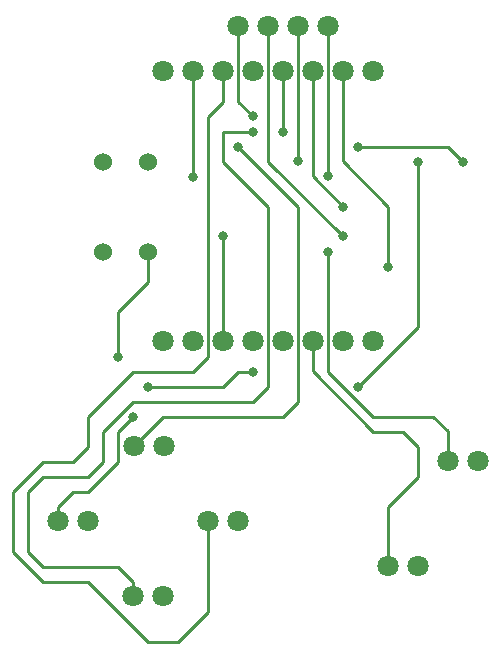
<source format=gbr>
%TF.GenerationSoftware,KiCad,Pcbnew,7.0.9+dfsg-1*%
%TF.CreationDate,2023-12-18T20:04:21+07:00*%
%TF.ProjectId,wifi,77696669-2e6b-4696-9361-645f70636258,rev?*%
%TF.SameCoordinates,Original*%
%TF.FileFunction,Copper,L1,Top*%
%TF.FilePolarity,Positive*%
%FSLAX46Y46*%
G04 Gerber Fmt 4.6, Leading zero omitted, Abs format (unit mm)*
G04 Created by KiCad (PCBNEW 7.0.9+dfsg-1) date 2023-12-18 20:04:21*
%MOMM*%
%LPD*%
G01*
G04 APERTURE LIST*
%TA.AperFunction,ComponentPad*%
%ADD10C,1.800000*%
%TD*%
%TA.AperFunction,ComponentPad*%
%ADD11C,1.524000*%
%TD*%
%TA.AperFunction,ViaPad*%
%ADD12C,0.800000*%
%TD*%
%TA.AperFunction,Conductor*%
%ADD13C,0.250000*%
%TD*%
G04 APERTURE END LIST*
D10*
%TO.P,UP,1*%
%TO.N,N/C*%
X133380000Y-116810000D03*
%TO.P,UP,2*%
X135920000Y-116810000D03*
%TD*%
%TO.P,B,1*%
%TO.N,N/C*%
X154910000Y-126970000D03*
%TO.P,B,2*%
X157450000Y-126970000D03*
%TD*%
%TO.P,SSD1306,1*%
%TO.N,N/C*%
X142240000Y-81250000D03*
%TO.P,SSD1306,2*%
X144780000Y-81250000D03*
%TO.P,SSD1306,3*%
X147320000Y-81250000D03*
%TO.P,SSD1306,4*%
X149860000Y-81250000D03*
%TD*%
%TO.P,RIGHT,1*%
%TO.N,N/C*%
X139700000Y-123160000D03*
%TO.P,RIGHT,2*%
X142240000Y-123160000D03*
%TD*%
%TO.P,DOWN,1*%
%TO.N,N/C*%
X133350000Y-129510000D03*
%TO.P,DOWN,2*%
X135890000Y-129510000D03*
%TD*%
%TO.P,A,1*%
%TO.N,N/C*%
X159990000Y-118080000D03*
%TO.P,A,2*%
X162530000Y-118080000D03*
%TD*%
%TO.P,LEFT,1*%
%TO.N,N/C*%
X127000000Y-123160000D03*
%TO.P,LEFT,2*%
X129540000Y-123160000D03*
%TD*%
D11*
%TO.P,R2,1*%
%TO.N,N/C*%
X134620000Y-92710000D03*
%TO.P,R2,2*%
X134620000Y-100330000D03*
%TD*%
D10*
%TO.P,OTAK DISINI,1*%
%TO.N,N/C*%
X135860000Y-85060000D03*
%TO.P,OTAK DISINI,2*%
X138400000Y-85060000D03*
%TO.P,OTAK DISINI,3*%
X140940000Y-85060000D03*
%TO.P,OTAK DISINI,4*%
X143480000Y-85060000D03*
%TO.P,OTAK DISINI,5*%
X146020000Y-85060000D03*
%TO.P,OTAK DISINI,6*%
X148560000Y-85060000D03*
%TO.P,OTAK DISINI,7*%
X151100000Y-85060000D03*
%TO.P,OTAK DISINI,8*%
X153640000Y-85060000D03*
%TO.P,OTAK DISINI,9*%
X153640000Y-107920000D03*
%TO.P,OTAK DISINI,10*%
X151100000Y-107920000D03*
%TO.P,OTAK DISINI,11*%
X148560000Y-107920000D03*
%TO.P,OTAK DISINI,12*%
X146020000Y-107920000D03*
%TO.P,OTAK DISINI,13*%
X143480000Y-107920000D03*
%TO.P,OTAK DISINI,14*%
X140940000Y-107920000D03*
%TO.P,OTAK DISINI,15*%
X138400000Y-107920000D03*
%TO.P,OTAK DISINI,16*%
X135860000Y-107920000D03*
%TD*%
D11*
%TO.P,R1,1*%
%TO.N,N/C*%
X130810000Y-92710000D03*
%TO.P,R1,2*%
X130810000Y-100330000D03*
%TD*%
D12*
%TO.N,*%
X152400000Y-111760000D03*
X142240000Y-91440000D03*
X157480000Y-92710000D03*
X143480000Y-88870000D03*
X149860000Y-100330000D03*
X149830000Y-93950000D03*
X147290000Y-92680000D03*
X151100000Y-99030000D03*
X146050000Y-90170000D03*
X143510000Y-90170000D03*
X152400000Y-91440000D03*
X143510000Y-110490000D03*
X132080000Y-109220000D03*
X133350000Y-114300000D03*
X151130000Y-96520000D03*
X140940000Y-99030000D03*
X138430000Y-93980000D03*
X154940000Y-101600000D03*
X161290000Y-92710000D03*
X134620000Y-111760000D03*
%TD*%
D13*
%TO.N,*%
X132080000Y-127000000D02*
X125730000Y-127000000D01*
X140940000Y-87660000D02*
X140940000Y-85060000D01*
X139700000Y-123160000D02*
X139700000Y-130810000D01*
X127000000Y-121920000D02*
X128270000Y-120650000D01*
X147320000Y-96520000D02*
X143510000Y-92710000D01*
X161290000Y-92710000D02*
X160020000Y-91440000D01*
X153670000Y-115570000D02*
X148560000Y-110460000D01*
X144780000Y-81250000D02*
X144780000Y-92710000D01*
X147320000Y-81250000D02*
X147320000Y-92650000D01*
X138430000Y-93980000D02*
X138400000Y-93950000D01*
X147320000Y-111760000D02*
X147320000Y-96520000D01*
X157480000Y-106680000D02*
X157480000Y-92710000D01*
X152400000Y-111760000D02*
X157480000Y-106680000D01*
X142240000Y-110490000D02*
X143510000Y-110490000D01*
X149860000Y-81250000D02*
X149860000Y-93920000D01*
X158750000Y-114300000D02*
X153670000Y-114300000D01*
X148560000Y-85060000D02*
X148560000Y-93950000D01*
X133380000Y-116810000D02*
X135890000Y-114300000D01*
X134620000Y-133350000D02*
X129540000Y-128270000D01*
X146020000Y-85060000D02*
X146020000Y-90140000D01*
X144780000Y-111760000D02*
X144780000Y-97790000D01*
X124460000Y-120650000D02*
X125730000Y-119380000D01*
X129540000Y-119380000D02*
X130810000Y-118110000D01*
X132080000Y-118110000D02*
X132080000Y-115570000D01*
X137160000Y-133350000D02*
X134620000Y-133350000D01*
X135890000Y-114300000D02*
X146050000Y-114300000D01*
X130810000Y-115570000D02*
X133350000Y-113030000D01*
X142240000Y-87630000D02*
X143480000Y-88870000D01*
X153670000Y-114300000D02*
X149860000Y-110490000D01*
X132080000Y-115570000D02*
X133350000Y-114300000D01*
X146020000Y-90140000D02*
X146050000Y-90170000D01*
X151100000Y-92680000D02*
X151100000Y-85060000D01*
X144780000Y-96520000D02*
X140970000Y-92710000D01*
X154940000Y-96520000D02*
X151100000Y-92680000D01*
X154910000Y-121950000D02*
X157480000Y-119380000D01*
X129540000Y-128270000D02*
X125730000Y-128270000D01*
X160020000Y-91440000D02*
X152400000Y-91440000D01*
X138430000Y-110490000D02*
X139700000Y-109220000D01*
X144780000Y-97790000D02*
X144780000Y-96520000D01*
X129540000Y-114300000D02*
X133350000Y-110490000D01*
X159990000Y-115540000D02*
X158750000Y-114300000D01*
X148560000Y-110460000D02*
X148560000Y-107920000D01*
X125730000Y-119380000D02*
X129540000Y-119380000D01*
X144780000Y-92710000D02*
X151100000Y-99030000D01*
X134620000Y-102870000D02*
X132080000Y-105410000D01*
X125730000Y-118110000D02*
X128270000Y-118110000D01*
X133350000Y-110490000D02*
X138430000Y-110490000D01*
X129540000Y-120650000D02*
X132080000Y-118110000D01*
X127000000Y-123160000D02*
X127000000Y-121920000D01*
X143510000Y-92710000D02*
X142240000Y-91440000D01*
X149860000Y-110490000D02*
X149860000Y-100330000D01*
X133350000Y-113030000D02*
X143510000Y-113030000D01*
X142240000Y-81250000D02*
X142240000Y-87630000D01*
X147320000Y-113030000D02*
X147320000Y-111760000D01*
X124460000Y-125730000D02*
X124460000Y-120650000D01*
X146050000Y-114300000D02*
X147320000Y-113030000D01*
X132080000Y-105410000D02*
X132080000Y-109220000D01*
X138400000Y-93950000D02*
X138400000Y-85060000D01*
X154940000Y-101600000D02*
X154940000Y-96520000D01*
X129540000Y-116840000D02*
X129540000Y-114300000D01*
X148560000Y-93950000D02*
X151130000Y-96520000D01*
X130810000Y-118110000D02*
X130810000Y-115570000D01*
X140970000Y-90170000D02*
X143510000Y-90170000D01*
X143510000Y-113030000D02*
X144780000Y-111760000D01*
X134620000Y-100330000D02*
X134620000Y-102870000D01*
X139700000Y-109220000D02*
X139700000Y-88900000D01*
X123190000Y-125730000D02*
X123190000Y-120650000D01*
X123190000Y-120650000D02*
X125730000Y-118110000D01*
X140970000Y-111760000D02*
X142240000Y-110490000D01*
X140970000Y-92710000D02*
X140970000Y-90170000D01*
X157480000Y-119380000D02*
X157480000Y-116840000D01*
X149860000Y-93920000D02*
X149830000Y-93950000D01*
X154910000Y-126970000D02*
X154910000Y-121950000D01*
X133350000Y-128270000D02*
X132080000Y-127000000D01*
X133350000Y-129510000D02*
X133350000Y-128270000D01*
X159990000Y-118080000D02*
X159990000Y-115540000D01*
X140940000Y-107920000D02*
X140940000Y-99030000D01*
X156210000Y-115570000D02*
X153670000Y-115570000D01*
X128270000Y-120650000D02*
X129540000Y-120650000D01*
X134620000Y-111760000D02*
X140970000Y-111760000D01*
X128270000Y-118110000D02*
X129540000Y-116840000D01*
X125730000Y-127000000D02*
X124460000Y-125730000D01*
X139700000Y-88900000D02*
X140940000Y-87660000D01*
X125730000Y-128270000D02*
X123190000Y-125730000D01*
X139700000Y-130810000D02*
X137160000Y-133350000D01*
X147320000Y-92650000D02*
X147290000Y-92680000D01*
X157480000Y-116840000D02*
X156210000Y-115570000D01*
%TD*%
M02*

</source>
